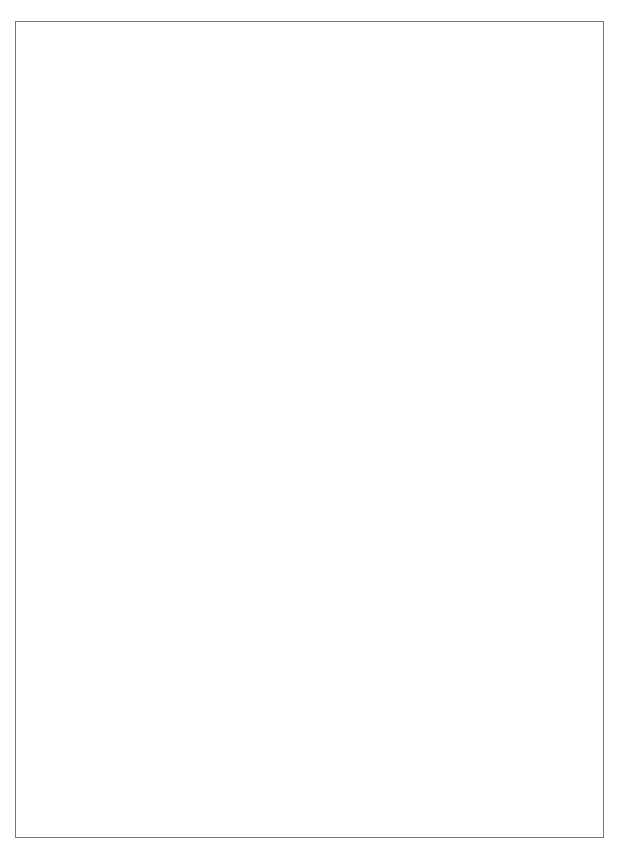
<source format=gm1>
G04 #@! TF.FileFunction,Profile,NP*
%FSLAX46Y46*%
G04 Gerber Fmt 4.6, Leading zero omitted, Abs format (unit mm)*
G04 Created by KiCad (PCBNEW 4.0.2+e4-6225~38~ubuntu14.04.1-stable) date Fri 05 Aug 2016 19:40:58 BST*
%MOMM*%
G01*
G04 APERTURE LIST*
%ADD10C,0.100000*%
G04 APERTURE END LIST*
D10*
X100076000Y-169164000D02*
X100076000Y-100076000D01*
X149860000Y-169164000D02*
X100076000Y-169164000D01*
X149860000Y-100076000D02*
X149860000Y-169164000D01*
X100076000Y-100076000D02*
X149860000Y-100076000D01*
M02*

</source>
